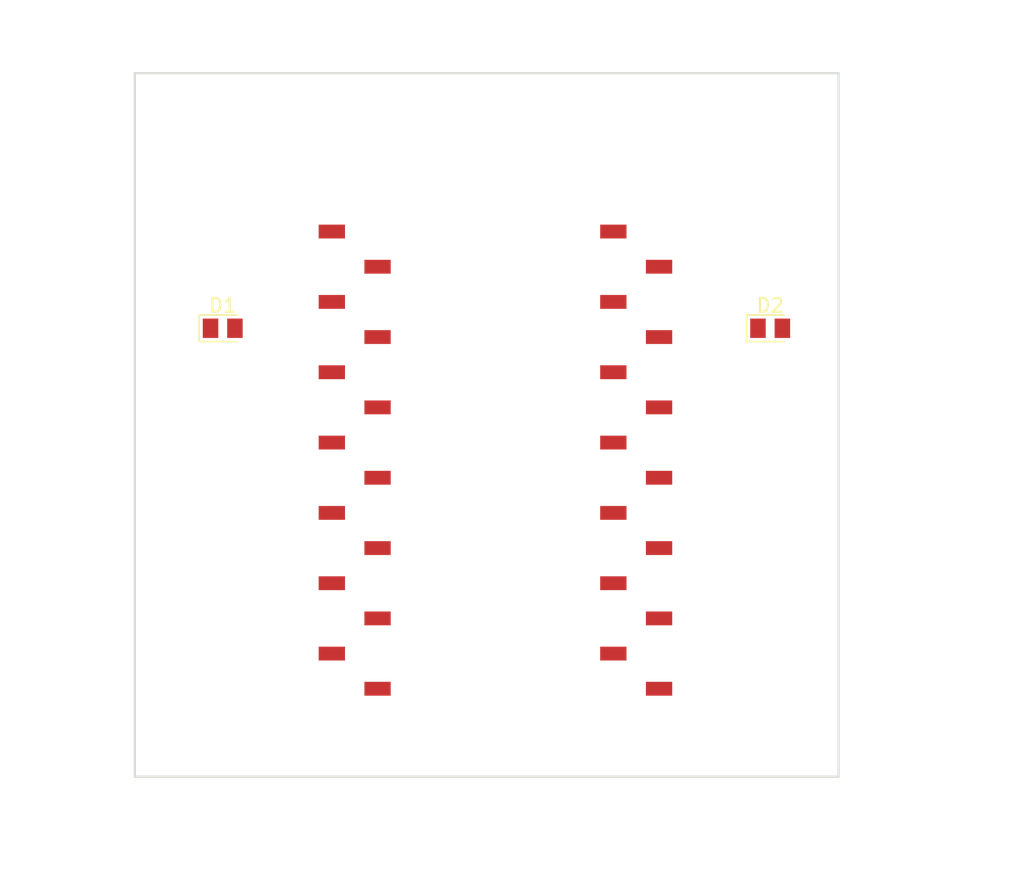
<source format=kicad_pcb>
(kicad_pcb (version 20171130) (host pcbnew 5.1.0-rc1-unknown-5072298~66~ubuntu16.04.1)

  (general
    (thickness 1.6)
    (drawings 21)
    (tracks 0)
    (zones 0)
    (modules 3)
    (nets 4)
  )

  (page USLetter)
  (title_block
    (title "Project Title")
  )

  (layers
    (0 F.Cu signal)
    (31 B.Cu signal)
    (34 B.Paste user)
    (35 F.Paste user)
    (36 B.SilkS user)
    (37 F.SilkS user)
    (38 B.Mask user)
    (39 F.Mask user)
    (44 Edge.Cuts user)
    (46 B.CrtYd user)
    (47 F.CrtYd user)
    (48 B.Fab user)
    (49 F.Fab user)
  )

  (setup
    (last_trace_width 0.254)
    (user_trace_width 0.1524)
    (user_trace_width 0.254)
    (user_trace_width 0.3302)
    (user_trace_width 0.508)
    (user_trace_width 0.762)
    (user_trace_width 1.27)
    (trace_clearance 0.254)
    (zone_clearance 0.508)
    (zone_45_only no)
    (trace_min 0.1524)
    (via_size 0.6858)
    (via_drill 0.3302)
    (via_min_size 0.6858)
    (via_min_drill 0.3302)
    (user_via 0.6858 0.3302)
    (user_via 0.762 0.4064)
    (user_via 0.8636 0.508)
    (uvia_size 0.6858)
    (uvia_drill 0.3302)
    (uvias_allowed no)
    (uvia_min_size 0)
    (uvia_min_drill 0)
    (edge_width 0.1524)
    (segment_width 0.1524)
    (pcb_text_width 0.1524)
    (pcb_text_size 1.016 1.016)
    (mod_edge_width 0.1524)
    (mod_text_size 1.016 1.016)
    (mod_text_width 0.1524)
    (pad_size 1.524 1.524)
    (pad_drill 0.762)
    (pad_to_mask_clearance 0.0762)
    (solder_mask_min_width 0.1016)
    (pad_to_paste_clearance -0.0762)
    (aux_axis_origin 0 0)
    (visible_elements FFFEDF7D)
    (pcbplotparams
      (layerselection 0x310fc_80000001)
      (usegerberextensions true)
      (usegerberattributes false)
      (usegerberadvancedattributes false)
      (creategerberjobfile false)
      (excludeedgelayer true)
      (linewidth 0.100000)
      (plotframeref false)
      (viasonmask false)
      (mode 1)
      (useauxorigin false)
      (hpglpennumber 1)
      (hpglpenspeed 20)
      (hpglpendiameter 15.000000)
      (psnegative false)
      (psa4output false)
      (plotreference true)
      (plotvalue true)
      (plotinvisibletext false)
      (padsonsilk false)
      (subtractmaskfromsilk false)
      (outputformat 1)
      (mirror false)
      (drillshape 0)
      (scaleselection 1)
      (outputdirectory "gerbers"))
  )

  (net 0 "")
  (net 1 "Net-(D1-Pad2)")
  (net 2 "Net-(D1-Pad1)")
  (net 3 "Net-(D2-Pad2)")

  (net_class Default "This is the default net class."
    (clearance 0.254)
    (trace_width 0.254)
    (via_dia 0.6858)
    (via_drill 0.3302)
    (uvia_dia 0.6858)
    (uvia_drill 0.3302)
    (add_net "Net-(D1-Pad1)")
    (add_net "Net-(D1-Pad2)")
    (add_net "Net-(D2-Pad2)")
  )

  (module LED_SMD:LED_0805_2012Metric_Pad1.12x1.40mm_HandSolder (layer F.Cu) (tedit 5AC5DB75) (tstamp 5C61BDE9)
    (at 120.65 94.615)
    (descr "LED SMD 0805 (2012 Metric), square (rectangular) end terminal, IPC_7351 nominal, (Body size source: http://www.tortai-tech.com/upload/download/2011102023233369053.pdf), generated with kicad-footprint-generator")
    (tags "LED handsolder")
    (path /5C5E1F5C)
    (attr smd)
    (fp_text reference D1 (at 0 -1.65) (layer F.SilkS)
      (effects (font (size 1 1) (thickness 0.15)))
    )
    (fp_text value LED (at 0 1.65) (layer F.Fab)
      (effects (font (size 1 1) (thickness 0.15)))
    )
    (fp_text user %R (at 0 0) (layer F.Fab)
      (effects (font (size 0.5 0.5) (thickness 0.08)))
    )
    (fp_line (start 1.69 0.95) (end -1.69 0.95) (layer F.CrtYd) (width 0.05))
    (fp_line (start 1.69 -0.95) (end 1.69 0.95) (layer F.CrtYd) (width 0.05))
    (fp_line (start -1.69 -0.95) (end 1.69 -0.95) (layer F.CrtYd) (width 0.05))
    (fp_line (start -1.69 0.95) (end -1.69 -0.95) (layer F.CrtYd) (width 0.05))
    (fp_line (start -1.7 0.96) (end 1 0.96) (layer F.SilkS) (width 0.12))
    (fp_line (start -1.7 -0.96) (end -1.7 0.96) (layer F.SilkS) (width 0.12))
    (fp_line (start 1 -0.96) (end -1.7 -0.96) (layer F.SilkS) (width 0.12))
    (fp_line (start 1 0.6) (end 1 -0.6) (layer F.Fab) (width 0.1))
    (fp_line (start -1 0.6) (end 1 0.6) (layer F.Fab) (width 0.1))
    (fp_line (start -1 -0.3) (end -1 0.6) (layer F.Fab) (width 0.1))
    (fp_line (start -0.7 -0.6) (end -1 -0.3) (layer F.Fab) (width 0.1))
    (fp_line (start 1 -0.6) (end -0.7 -0.6) (layer F.Fab) (width 0.1))
    (pad 2 smd rect (at 0.88 0) (size 1.12 1.4) (layers F.Cu F.Paste F.Mask)
      (net 1 "Net-(D1-Pad2)"))
    (pad 1 smd rect (at -0.88 0) (size 1.12 1.4) (layers F.Cu F.Paste F.Mask)
      (net 2 "Net-(D1-Pad1)"))
    (model ${KISYS3DMOD}/LED_SMD.3dshapes/LED_0805_2012Metric.wrl
      (at (xyz 0 0 0))
      (scale (xyz 1 1 1))
      (rotate (xyz 0 0 0))
    )
  )

  (module LED_SMD:LED_0805_2012Metric_Pad1.12x1.40mm_HandSolder (layer F.Cu) (tedit 5AC5DB75) (tstamp 5C61BDFC)
    (at 160.165001 94.615)
    (descr "LED SMD 0805 (2012 Metric), square (rectangular) end terminal, IPC_7351 nominal, (Body size source: http://www.tortai-tech.com/upload/download/2011102023233369053.pdf), generated with kicad-footprint-generator")
    (tags "LED handsolder")
    (path /5C5DFD91)
    (attr smd)
    (fp_text reference D2 (at 0 -1.65) (layer F.SilkS)
      (effects (font (size 1 1) (thickness 0.15)))
    )
    (fp_text value LED (at 0 1.65) (layer F.Fab)
      (effects (font (size 1 1) (thickness 0.15)))
    )
    (fp_line (start 1 -0.6) (end -0.7 -0.6) (layer F.Fab) (width 0.1))
    (fp_line (start -0.7 -0.6) (end -1 -0.3) (layer F.Fab) (width 0.1))
    (fp_line (start -1 -0.3) (end -1 0.6) (layer F.Fab) (width 0.1))
    (fp_line (start -1 0.6) (end 1 0.6) (layer F.Fab) (width 0.1))
    (fp_line (start 1 0.6) (end 1 -0.6) (layer F.Fab) (width 0.1))
    (fp_line (start 1 -0.96) (end -1.7 -0.96) (layer F.SilkS) (width 0.12))
    (fp_line (start -1.7 -0.96) (end -1.7 0.96) (layer F.SilkS) (width 0.12))
    (fp_line (start -1.7 0.96) (end 1 0.96) (layer F.SilkS) (width 0.12))
    (fp_line (start -1.69 0.95) (end -1.69 -0.95) (layer F.CrtYd) (width 0.05))
    (fp_line (start -1.69 -0.95) (end 1.69 -0.95) (layer F.CrtYd) (width 0.05))
    (fp_line (start 1.69 -0.95) (end 1.69 0.95) (layer F.CrtYd) (width 0.05))
    (fp_line (start 1.69 0.95) (end -1.69 0.95) (layer F.CrtYd) (width 0.05))
    (fp_text user %R (at 0 0) (layer F.Fab)
      (effects (font (size 0.5 0.5) (thickness 0.08)))
    )
    (pad 1 smd rect (at -0.88 0) (size 1.12 1.4) (layers F.Cu F.Paste F.Mask)
      (net 2 "Net-(D1-Pad1)"))
    (pad 2 smd rect (at 0.88 0) (size 1.12 1.4) (layers F.Cu F.Paste F.Mask)
      (net 3 "Net-(D2-Pad2)"))
    (model ${KISYS3DMOD}/LED_SMD.3dshapes/LED_0805_2012Metric.wrl
      (at (xyz 0 0 0))
      (scale (xyz 1 1 1))
      (rotate (xyz 0 0 0))
    )
  )

  (module ArduinoBadge:MKR_Family_SMD (layer F.Cu) (tedit 5C5C8C5B) (tstamp 5C61C6CA)
    (at 140.335 104.14)
    (descr "surface-mounted straight socket strip, 1x14, 2.54mm pitch, single row, style 1 (pin 1 left) (https://cdn.harwin.com/pdfs/M20-786.pdf), script generated")
    (tags "Surface mounted socket strip SMD 1x14 2.54mm single row style1 pin1 left")
    (path /5C5EB732)
    (attr smd)
    (fp_text reference U1 (at 0 -32.385) (layer F.Fab)
      (effects (font (size 1 1) (thickness 0.15)))
    )
    (fp_text value MKR_Family (at 0 29.21) (layer F.Fab)
      (effects (font (size 1 1) (thickness 0.15)))
    )
    (fp_line (start -10.795 -17.88) (end -8.89 -17.88) (layer F.Fab) (width 0.1))
    (fp_line (start -8.89 -17.88) (end -8.89 17.88) (layer F.Fab) (width 0.1))
    (fp_line (start -8.89 17.88) (end -11.43 17.88) (layer F.Fab) (width 0.1))
    (fp_line (start -11.43 17.88) (end -11.43 -17.245) (layer F.Fab) (width 0.1))
    (fp_line (start -11.43 -17.245) (end -10.795 -17.88) (layer F.Fab) (width 0.1))
    (fp_line (start -12.43 -16.81) (end -11.43 -16.81) (layer F.Fab) (width 0.1))
    (fp_line (start -11.43 -16.21) (end -12.43 -16.21) (layer F.Fab) (width 0.1))
    (fp_line (start -12.43 -16.21) (end -12.43 -16.81) (layer F.Fab) (width 0.1))
    (fp_line (start -8.89 -14.27) (end -7.89 -14.27) (layer F.Fab) (width 0.1))
    (fp_line (start -7.89 -14.27) (end -7.89 -13.67) (layer F.Fab) (width 0.1))
    (fp_line (start -7.89 -13.67) (end -8.89 -13.67) (layer F.Fab) (width 0.1))
    (fp_line (start -12.43 -11.73) (end -11.43 -11.73) (layer F.Fab) (width 0.1))
    (fp_line (start -11.43 -11.13) (end -12.43 -11.13) (layer F.Fab) (width 0.1))
    (fp_line (start -12.43 -11.13) (end -12.43 -11.73) (layer F.Fab) (width 0.1))
    (fp_line (start -8.89 -9.19) (end -7.89 -9.19) (layer F.Fab) (width 0.1))
    (fp_line (start -7.89 -9.19) (end -7.89 -8.59) (layer F.Fab) (width 0.1))
    (fp_line (start -7.89 -8.59) (end -8.89 -8.59) (layer F.Fab) (width 0.1))
    (fp_line (start -12.43 -6.65) (end -11.43 -6.65) (layer F.Fab) (width 0.1))
    (fp_line (start -11.43 -6.05) (end -12.43 -6.05) (layer F.Fab) (width 0.1))
    (fp_line (start -12.43 -6.05) (end -12.43 -6.65) (layer F.Fab) (width 0.1))
    (fp_line (start -8.89 -4.11) (end -7.89 -4.11) (layer F.Fab) (width 0.1))
    (fp_line (start -7.89 -4.11) (end -7.89 -3.51) (layer F.Fab) (width 0.1))
    (fp_line (start -7.89 -3.51) (end -8.89 -3.51) (layer F.Fab) (width 0.1))
    (fp_line (start -12.43 -1.57) (end -11.43 -1.57) (layer F.Fab) (width 0.1))
    (fp_line (start -11.43 -0.97) (end -12.43 -0.97) (layer F.Fab) (width 0.1))
    (fp_line (start -12.43 -0.97) (end -12.43 -1.57) (layer F.Fab) (width 0.1))
    (fp_line (start -8.89 0.97) (end -7.89 0.97) (layer F.Fab) (width 0.1))
    (fp_line (start -7.89 0.97) (end -7.89 1.57) (layer F.Fab) (width 0.1))
    (fp_line (start -7.89 1.57) (end -8.89 1.57) (layer F.Fab) (width 0.1))
    (fp_line (start -12.43 3.51) (end -11.43 3.51) (layer F.Fab) (width 0.1))
    (fp_line (start -11.43 4.11) (end -12.43 4.11) (layer F.Fab) (width 0.1))
    (fp_line (start -12.43 4.11) (end -12.43 3.51) (layer F.Fab) (width 0.1))
    (fp_line (start -8.89 6.05) (end -7.89 6.05) (layer F.Fab) (width 0.1))
    (fp_line (start -7.89 6.05) (end -7.89 6.65) (layer F.Fab) (width 0.1))
    (fp_line (start -7.89 6.65) (end -8.89 6.65) (layer F.Fab) (width 0.1))
    (fp_line (start -12.43 8.59) (end -11.43 8.59) (layer F.Fab) (width 0.1))
    (fp_line (start -11.43 9.19) (end -12.43 9.19) (layer F.Fab) (width 0.1))
    (fp_line (start -12.43 9.19) (end -12.43 8.59) (layer F.Fab) (width 0.1))
    (fp_line (start -8.89 11.13) (end -7.89 11.13) (layer F.Fab) (width 0.1))
    (fp_line (start -7.89 11.13) (end -7.89 11.73) (layer F.Fab) (width 0.1))
    (fp_line (start -7.89 11.73) (end -8.89 11.73) (layer F.Fab) (width 0.1))
    (fp_line (start -12.43 13.67) (end -11.43 13.67) (layer F.Fab) (width 0.1))
    (fp_line (start -11.43 14.27) (end -12.43 14.27) (layer F.Fab) (width 0.1))
    (fp_line (start -12.43 14.27) (end -12.43 13.67) (layer F.Fab) (width 0.1))
    (fp_line (start -8.89 16.21) (end -7.89 16.21) (layer F.Fab) (width 0.1))
    (fp_line (start -7.89 16.21) (end -7.89 16.81) (layer F.Fab) (width 0.1))
    (fp_line (start -7.89 16.81) (end -8.89 16.81) (layer F.Fab) (width 0.1))
    (fp_line (start -13.26 -18.4) (end -7.06 -18.4) (layer F.CrtYd) (width 0.05))
    (fp_line (start -7.06 -18.4) (end -7.06 18.4) (layer F.CrtYd) (width 0.05))
    (fp_line (start -7.06 18.4) (end -13.26 18.4) (layer F.CrtYd) (width 0.05))
    (fp_line (start -13.26 18.4) (end -13.26 -18.4) (layer F.CrtYd) (width 0.05))
    (fp_text user %R (at -10.16 0 90) (layer F.Fab)
      (effects (font (size 1 1) (thickness 0.15)))
    )
    (fp_text user %R (at 10.16 0 90) (layer F.Fab)
      (effects (font (size 1 1) (thickness 0.15)))
    )
    (fp_line (start 8.89 14.27) (end 7.89 14.27) (layer F.Fab) (width 0.1))
    (fp_line (start 11.43 -14.27) (end 12.43 -14.27) (layer F.Fab) (width 0.1))
    (fp_line (start 7.89 -16.21) (end 7.89 -16.81) (layer F.Fab) (width 0.1))
    (fp_line (start 8.89 -16.21) (end 7.89 -16.21) (layer F.Fab) (width 0.1))
    (fp_line (start 12.43 0.97) (end 12.43 1.57) (layer F.Fab) (width 0.1))
    (fp_line (start 11.43 0.97) (end 12.43 0.97) (layer F.Fab) (width 0.1))
    (fp_line (start 7.89 -0.97) (end 7.89 -1.57) (layer F.Fab) (width 0.1))
    (fp_line (start 8.89 -0.97) (end 7.89 -0.97) (layer F.Fab) (width 0.1))
    (fp_line (start 7.89 -1.57) (end 8.89 -1.57) (layer F.Fab) (width 0.1))
    (fp_line (start 12.43 -3.51) (end 11.43 -3.51) (layer F.Fab) (width 0.1))
    (fp_line (start 12.43 -4.11) (end 12.43 -3.51) (layer F.Fab) (width 0.1))
    (fp_line (start 11.43 -4.11) (end 12.43 -4.11) (layer F.Fab) (width 0.1))
    (fp_line (start 7.89 -6.05) (end 7.89 -6.65) (layer F.Fab) (width 0.1))
    (fp_line (start 8.89 -6.05) (end 7.89 -6.05) (layer F.Fab) (width 0.1))
    (fp_line (start 7.89 -6.65) (end 8.89 -6.65) (layer F.Fab) (width 0.1))
    (fp_line (start 11.43 16.21) (end 12.43 16.21) (layer F.Fab) (width 0.1))
    (fp_line (start 12.43 16.21) (end 12.43 16.81) (layer F.Fab) (width 0.1))
    (fp_line (start 12.43 11.73) (end 11.43 11.73) (layer F.Fab) (width 0.1))
    (fp_line (start 8.89 4.11) (end 7.89 4.11) (layer F.Fab) (width 0.1))
    (fp_line (start 8.89 9.19) (end 7.89 9.19) (layer F.Fab) (width 0.1))
    (fp_line (start 12.43 6.65) (end 11.43 6.65) (layer F.Fab) (width 0.1))
    (fp_line (start 12.43 1.57) (end 11.43 1.57) (layer F.Fab) (width 0.1))
    (fp_line (start 12.43 6.05) (end 12.43 6.65) (layer F.Fab) (width 0.1))
    (fp_line (start 7.89 13.67) (end 8.89 13.67) (layer F.Fab) (width 0.1))
    (fp_line (start 7.89 8.59) (end 8.89 8.59) (layer F.Fab) (width 0.1))
    (fp_line (start 7.89 4.11) (end 7.89 3.51) (layer F.Fab) (width 0.1))
    (fp_line (start 11.43 6.05) (end 12.43 6.05) (layer F.Fab) (width 0.1))
    (fp_line (start 7.89 9.19) (end 7.89 8.59) (layer F.Fab) (width 0.1))
    (fp_line (start 7.89 3.51) (end 8.89 3.51) (layer F.Fab) (width 0.1))
    (fp_line (start 7.89 14.27) (end 7.89 13.67) (layer F.Fab) (width 0.1))
    (fp_line (start 11.43 11.13) (end 12.43 11.13) (layer F.Fab) (width 0.1))
    (fp_line (start 12.43 11.13) (end 12.43 11.73) (layer F.Fab) (width 0.1))
    (fp_line (start 12.43 -8.59) (end 11.43 -8.59) (layer F.Fab) (width 0.1))
    (fp_line (start 12.43 -9.19) (end 12.43 -8.59) (layer F.Fab) (width 0.1))
    (fp_line (start 11.43 -9.19) (end 12.43 -9.19) (layer F.Fab) (width 0.1))
    (fp_line (start 7.89 -11.13) (end 7.89 -11.73) (layer F.Fab) (width 0.1))
    (fp_line (start 8.89 -11.13) (end 7.89 -11.13) (layer F.Fab) (width 0.1))
    (fp_line (start 7.89 -11.73) (end 8.89 -11.73) (layer F.Fab) (width 0.1))
    (fp_line (start 12.43 -13.67) (end 11.43 -13.67) (layer F.Fab) (width 0.1))
    (fp_line (start 12.43 -14.27) (end 12.43 -13.67) (layer F.Fab) (width 0.1))
    (fp_line (start 12.43 16.81) (end 11.43 16.81) (layer F.Fab) (width 0.1))
    (fp_line (start 7.06 -18.4) (end 13.26 -18.4) (layer F.CrtYd) (width 0.05))
    (fp_line (start 7.89 -16.81) (end 8.89 -16.81) (layer F.Fab) (width 0.1))
    (fp_line (start 8.89 -17.245) (end 9.525 -17.88) (layer F.Fab) (width 0.1))
    (fp_line (start 8.89 17.88) (end 8.89 -17.245) (layer F.Fab) (width 0.1))
    (fp_line (start 11.43 17.88) (end 8.89 17.88) (layer F.Fab) (width 0.1))
    (fp_line (start 11.43 -17.88) (end 11.43 17.88) (layer F.Fab) (width 0.1))
    (fp_line (start 9.525 -17.88) (end 11.43 -17.88) (layer F.Fab) (width 0.1))
    (fp_line (start 13.26 -18.4) (end 13.26 18.4) (layer F.CrtYd) (width 0.05))
    (fp_line (start 13.26 18.4) (end 7.06 18.4) (layer F.CrtYd) (width 0.05))
    (fp_line (start 7.06 18.4) (end 7.06 -18.4) (layer F.CrtYd) (width 0.05))
    (fp_line (start -10.16 -24.13) (end -10.16 19.685) (layer F.Fab) (width 0.15))
    (fp_line (start -10.16 19.685) (end 10.16 19.685) (layer F.Fab) (width 0.15))
    (fp_line (start 10.16 19.685) (end 10.16 -24.13) (layer F.Fab) (width 0.15))
    (fp_line (start -10.16 -24.13) (end -10.16 -27.94) (layer F.Fab) (width 0.15))
    (fp_line (start -10.16 -27.94) (end 10.16 -27.94) (layer F.Fab) (width 0.15))
    (fp_line (start 10.16 -27.94) (end 10.16 -24.13) (layer F.Fab) (width 0.15))
    (fp_line (start -6.35 24.13) (end 6.35 24.13) (layer F.Fab) (width 0.15))
    (fp_line (start 6.35 24.13) (end 6.35 4.445) (layer F.Fab) (width 0.15))
    (fp_line (start 6.35 4.445) (end -6.35 4.445) (layer F.Fab) (width 0.15))
    (fp_line (start -6.35 4.445) (end -6.35 24.13) (layer F.Fab) (width 0.15))
    (fp_line (start -10.16 -21.59) (end -11.43 -21.59) (layer F.Fab) (width 0.15))
    (fp_line (start -11.43 -21.59) (end -11.43 -25.4) (layer F.Fab) (width 0.15))
    (fp_line (start -11.43 -25.4) (end -10.16 -25.4) (layer F.Fab) (width 0.15))
    (fp_line (start -3.81 -27.94) (end -3.81 -30.48) (layer F.Fab) (width 0.15))
    (fp_line (start -3.81 -30.48) (end 3.81 -30.48) (layer F.Fab) (width 0.15))
    (fp_line (start 3.81 -30.48) (end 3.81 -27.94) (layer F.Fab) (width 0.15))
    (fp_poly (pts (xy 6.35 24.13) (xy -6.35 24.13) (xy -6.35 4.445) (xy 6.35 4.445)) (layer F.Fab) (width 0.1))
    (pad 1 smd rect (at -11.81 -16.51) (size 1.9 1) (layers F.Cu F.Paste F.Mask))
    (pad 3 smd rect (at -11.81 -11.43) (size 1.9 1) (layers F.Cu F.Paste F.Mask))
    (pad 5 smd rect (at -11.81 -6.35) (size 1.9 1) (layers F.Cu F.Paste F.Mask))
    (pad 7 smd rect (at -11.81 -1.27) (size 1.9 1) (layers F.Cu F.Paste F.Mask))
    (pad 9 smd rect (at -11.81 3.81) (size 1.9 1) (layers F.Cu F.Paste F.Mask))
    (pad 11 smd rect (at -11.81 8.89) (size 1.9 1) (layers F.Cu F.Paste F.Mask))
    (pad 13 smd rect (at -11.81 13.97) (size 1.9 1) (layers F.Cu F.Paste F.Mask))
    (pad 2 smd rect (at -8.51 -13.97) (size 1.9 1) (layers F.Cu F.Paste F.Mask))
    (pad 4 smd rect (at -8.51 -8.89) (size 1.9 1) (layers F.Cu F.Paste F.Mask))
    (pad 6 smd rect (at -8.51 -3.81) (size 1.9 1) (layers F.Cu F.Paste F.Mask)
      (net 1 "Net-(D1-Pad2)"))
    (pad 8 smd rect (at -8.51 1.27) (size 1.9 1) (layers F.Cu F.Paste F.Mask))
    (pad 10 smd rect (at -8.51 6.35) (size 1.9 1) (layers F.Cu F.Paste F.Mask))
    (pad 12 smd rect (at -8.51 11.43) (size 1.9 1) (layers F.Cu F.Paste F.Mask))
    (pad 14 smd rect (at -8.51 16.51) (size 1.9 1) (layers F.Cu F.Paste F.Mask))
    (pad 19 smd rect (at 11.81 6.35) (size 1.9 1) (layers F.Cu F.Paste F.Mask))
    (pad 17 smd rect (at 11.81 11.43) (size 1.9 1) (layers F.Cu F.Paste F.Mask))
    (pad 15 smd rect (at 11.81 16.51) (size 1.9 1) (layers F.Cu F.Paste F.Mask))
    (pad 23 smd rect (at 11.81 -3.81) (size 1.9 1) (layers F.Cu F.Paste F.Mask)
      (net 3 "Net-(D2-Pad2)"))
    (pad 21 smd rect (at 11.81 1.27) (size 1.9 1) (layers F.Cu F.Paste F.Mask))
    (pad 28 smd rect (at 8.51 -16.51) (size 1.9 1) (layers F.Cu F.Paste F.Mask))
    (pad 22 smd rect (at 8.51 -1.27) (size 1.9 1) (layers F.Cu F.Paste F.Mask))
    (pad 20 smd rect (at 8.51 3.81) (size 1.9 1) (layers F.Cu F.Paste F.Mask))
    (pad 18 smd rect (at 8.51 8.89) (size 1.9 1) (layers F.Cu F.Paste F.Mask))
    (pad 16 smd rect (at 8.51 13.97) (size 1.9 1) (layers F.Cu F.Paste F.Mask))
    (pad 27 smd rect (at 11.81 -13.97) (size 1.9 1) (layers F.Cu F.Paste F.Mask))
    (pad 25 smd rect (at 11.81 -8.89) (size 1.9 1) (layers F.Cu F.Paste F.Mask)
      (net 2 "Net-(D1-Pad1)"))
    (pad 26 smd rect (at 8.51 -11.43) (size 1.9 1) (layers F.Cu F.Paste F.Mask))
    (pad 24 smd rect (at 8.51 -6.35) (size 1.9 1) (layers F.Cu F.Paste F.Mask))
    (model ${KISYS3DMOD}/Connector_PinSocket_2.54mm.3dshapes/PinSocket_1x14_P2.54mm_Vertical_SMD_Pin1Left.wrl
      (offset (xyz -10.2 0 0))
      (scale (xyz 1 1 1))
      (rotate (xyz 0 0 0))
    )
    (model ${KISYS3DMOD}/Connector_PinSocket_2.54mm.3dshapes/PinSocket_1x14_P2.54mm_Vertical_SMD_Pin1Left.wrl
      (offset (xyz 10.2 0 0))
      (scale (xyz 1 1 1))
      (rotate (xyz 0 0 0))
    )
  )

  (gr_line (start 165.1 76.2) (end 114.3 76.2) (layer Edge.Cuts) (width 0.1524) (tstamp 5C61C059))
  (gr_line (start 165.1 127) (end 165.1 76.2) (layer Edge.Cuts) (width 0.1524))
  (gr_line (start 114.3 127) (end 165.1 127) (layer Edge.Cuts) (width 0.1524))
  (gr_line (start 114.3 76.2) (end 114.3 127) (layer Edge.Cuts) (width 0.1524))
  (gr_circle (center 117.348 76.962) (end 118.618 76.962) (layer Dwgs.User) (width 0.15))
  (gr_line (start 114.427 78.994) (end 114.427 74.93) (angle 90) (layer Dwgs.User) (width 0.15))
  (gr_line (start 120.269 78.994) (end 114.427 78.994) (angle 90) (layer Dwgs.User) (width 0.15))
  (gr_line (start 120.269 74.93) (end 120.269 78.994) (angle 90) (layer Dwgs.User) (width 0.15))
  (gr_line (start 114.427 74.93) (end 120.269 74.93) (angle 90) (layer Dwgs.User) (width 0.15))
  (gr_line (start 120.523 93.98) (end 104.648 93.98) (angle 90) (layer Dwgs.User) (width 0.15))
  (gr_line (start 173.355 102.235) (end 173.355 94.615) (angle 90) (layer Dwgs.User) (width 0.15))
  (gr_line (start 178.435 102.235) (end 173.355 102.235) (angle 90) (layer Dwgs.User) (width 0.15))
  (gr_line (start 178.435 94.615) (end 178.435 102.235) (angle 90) (layer Dwgs.User) (width 0.15))
  (gr_line (start 173.355 94.615) (end 178.435 94.615) (angle 90) (layer Dwgs.User) (width 0.15))
  (gr_line (start 109.093 123.19) (end 109.093 114.3) (angle 90) (layer Dwgs.User) (width 0.15))
  (gr_line (start 122.428 123.19) (end 109.093 123.19) (angle 90) (layer Dwgs.User) (width 0.15))
  (gr_line (start 122.428 114.3) (end 122.428 123.19) (angle 90) (layer Dwgs.User) (width 0.15))
  (gr_line (start 109.093 114.3) (end 122.428 114.3) (angle 90) (layer Dwgs.User) (width 0.15))
  (gr_line (start 104.648 93.98) (end 104.648 82.55) (angle 90) (layer Dwgs.User) (width 0.15))
  (gr_line (start 120.523 82.55) (end 120.523 93.98) (angle 90) (layer Dwgs.User) (width 0.15))
  (gr_line (start 104.648 82.55) (end 120.523 82.55) (angle 90) (layer Dwgs.User) (width 0.15))

)

</source>
